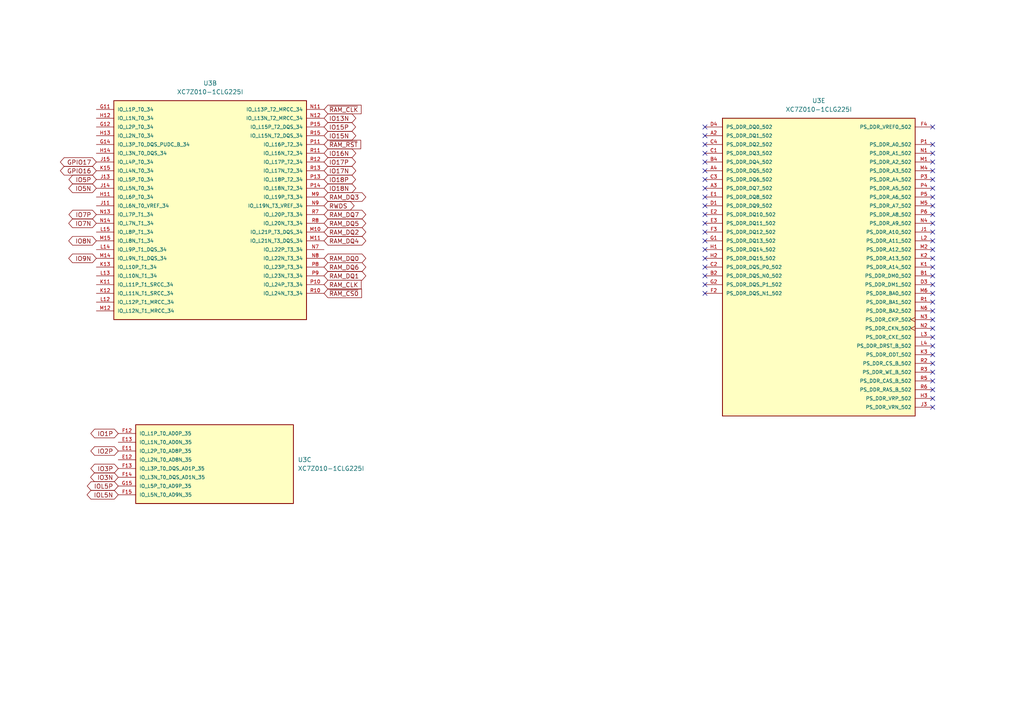
<source format=kicad_sch>
(kicad_sch (version 20231120) (generator "eeschema") (generator_version "8.0")
  (paper "A4")
  (lib_symbols
    (symbol "Personal:XC7Z010-1CLG225I" (pin_names (offset 1.016))
      (property "Reference" "U" (at -25.5456 24.8201 0))
      (property "Value" "XC7Z010-1CLG225I" (at -25.5473 -24.1252 0))
      (symbol "XC7Z010-1CLG225I_1_0"
        (rectangle (start -25.4 -20.32) (end 25.4 22.86) (stroke (width 0.254)) (fill (type background)))
        (pin bidirectional line (at 30.48 7.62 180) (length 5.08) (name "INIT_B_0") (number "D5"))
        (pin power_in line (at 30.48 20.32 180) (length 5.08) (name "VCCBATT_0") (number "E6"))
        (pin passive line (at 30.48 -10.16 180) (length 5.08) (name "RSVDGND") (number "E8"))
        (pin input line (at -30.48 -5.08 0) (length 5.08) (name "CFGBVS_0") (number "F6"))
        (pin power_in line (at 30.48 17.78 180) (length 5.08) (name "VCCADC_0") (number "F7"))
        (pin power_in line (at 30.48 -17.78 180) (length 5.08) (name "GNDADC_0") (number "F8"))
        (pin passive line (at 30.48 -2.54 180) (length 5.08) (name "RSVSVCC1") (number "G4"))
        (pin input line (at -30.48 -7.62 0) (length 5.08) (name "VP_0") (number "G7"))
        (pin power_in line (at 30.48 -15.24 180) (length 5.08) (name "VREFN_0") (number "G8"))
        (pin input clock (at -30.48 10.16 0) (length 5.08) (name "TCK_0") (number "G9"))
        (pin passive line (at 30.48 -7.62 180) (length 5.08) (name "RSVSVCC3") (number "H4"))
        (pin power_in line (at 30.48 15.24 180) (length 5.08) (name "VREFP_0") (number "H7"))
        (pin input line (at -30.48 -10.16 0) (length 5.08) (name "VN_0") (number "H8"))
        (pin passive line (at 30.48 -5.08 180) (length 5.08) (name "RSVSVCC2") (number "J4"))
        (pin output line (at 30.48 2.54 180) (length 5.08) (name "DXP_0") (number "J7"))
        (pin input line (at -30.48 -2.54 0) (length 5.08) (name "PROGRAM_B_0") (number "K6"))
        (pin input line (at -30.48 5.08 0) (length 5.08) (name "TDI_0") (number "L7"))
        (pin output line (at -30.48 2.54 0) (length 5.08) (name "TDO_0") (number "L8"))
        (pin input line (at -30.48 7.62 0) (length 5.08) (name "TMS_0") (number "L9"))
        (pin bidirectional line (at 30.48 10.16 180) (length 5.08) (name "DONE_0") (number "M7"))
      )
      (symbol "XC7Z010-1CLG225I_2_0"
        (rectangle (start -27.94 -30.48) (end 27.94 33.02) (stroke (width 0.254)) (fill (type background)))
        (pin bidirectional line (at -33.02 30.48 0) (length 5.08) (name "IO_L1P_T0_34") (number "G11"))
        (pin bidirectional line (at -33.02 25.4 0) (length 5.08) (name "IO_L2P_T0_34") (number "G12"))
        (pin bidirectional line (at -33.02 20.32 0) (length 5.08) (name "IO_L3P_T0_DQS_PUDC_B_34") (number "G14"))
        (pin bidirectional line (at -33.02 5.08 0) (length 5.08) (name "IO_L6P_T0_34") (number "H11"))
        (pin bidirectional line (at -33.02 27.94 0) (length 5.08) (name "IO_L1N_T0_34") (number "H12"))
        (pin bidirectional line (at -33.02 22.86 0) (length 5.08) (name "IO_L2N_T0_34") (number "H13"))
        (pin bidirectional line (at -33.02 17.78 0) (length 5.08) (name "IO_L3N_T0_DQS_34") (number "H14"))
        (pin bidirectional line (at -33.02 2.54 0) (length 5.08) (name "IO_L6N_T0_VREF_34") (number "J11"))
        (pin bidirectional line (at -33.02 10.16 0) (length 5.08) (name "IO_L5P_T0_34") (number "J13"))
        (pin bidirectional line (at -33.02 7.62 0) (length 5.08) (name "IO_L5N_T0_34") (number "J14"))
        (pin bidirectional line (at -33.02 15.24 0) (length 5.08) (name "IO_L4P_T0_34") (number "J15"))
        (pin bidirectional line (at -33.02 -20.32 0) (length 5.08) (name "IO_L11P_T1_SRCC_34") (number "K11"))
        (pin bidirectional line (at -33.02 -22.86 0) (length 5.08) (name "IO_L11N_T1_SRCC_34") (number "K12"))
        (pin bidirectional line (at -33.02 -15.24 0) (length 5.08) (name "IO_L10P_T1_34") (number "K13"))
        (pin bidirectional line (at -33.02 12.7 0) (length 5.08) (name "IO_L4N_T0_34") (number "K15"))
        (pin bidirectional line (at -33.02 -25.4 0) (length 5.08) (name "IO_L12P_T1_MRCC_34") (number "L12"))
        (pin bidirectional line (at -33.02 -17.78 0) (length 5.08) (name "IO_L10N_T1_34") (number "L13"))
        (pin bidirectional line (at -33.02 -10.16 0) (length 5.08) (name "IO_L9P_T1_DQS_34") (number "L14"))
        (pin bidirectional line (at -33.02 -5.08 0) (length 5.08) (name "IO_L8P_T1_34") (number "L15"))
        (pin bidirectional line (at 33.02 -5.08 180) (length 5.08) (name "IO_L21P_T3_DQS_34") (number "M10"))
        (pin bidirectional line (at 33.02 -7.62 180) (length 5.08) (name "IO_L21N_T3_DQS_34") (number "M11"))
        (pin bidirectional line (at -33.02 -27.94 0) (length 5.08) (name "IO_L12N_T1_MRCC_34") (number "M12"))
        (pin bidirectional line (at -33.02 -12.7 0) (length 5.08) (name "IO_L9N_T1_DQS_34") (number "M14"))
        (pin bidirectional line (at -33.02 -7.62 0) (length 5.08) (name "IO_L8N_T1_34") (number "M15"))
        (pin bidirectional line (at 33.02 5.08 180) (length 5.08) (name "IO_L19P_T3_34") (number "M9"))
        (pin bidirectional line (at 33.02 30.48 180) (length 5.08) (name "IO_L13P_T2_MRCC_34") (number "N11"))
        (pin bidirectional line (at 33.02 27.94 180) (length 5.08) (name "IO_L13N_T2_MRCC_34") (number "N12"))
        (pin bidirectional line (at -33.02 0 0) (length 5.08) (name "IO_L7P_T1_34") (number "N13"))
        (pin bidirectional line (at -33.02 -2.54 0) (length 5.08) (name "IO_L7N_T1_34") (number "N14"))
        (pin bidirectional line (at 33.02 -10.16 180) (length 5.08) (name "IO_L22P_T3_34") (number "N7"))
        (pin bidirectional line (at 33.02 -12.7 180) (length 5.08) (name "IO_L22N_T3_34") (number "N8"))
        (pin bidirectional line (at 33.02 2.54 180) (length 5.08) (name "IO_L19N_T3_VREF_34") (number "N9"))
        (pin bidirectional line (at 33.02 -20.32 180) (length 5.08) (name "IO_L24P_T3_34") (number "P10"))
        (pin bidirectional line (at 33.02 20.32 180) (length 5.08) (name "IO_L16P_T2_34") (number "P11"))
        (pin bidirectional line (at 33.02 10.16 180) (length 5.08) (name "IO_L18P_T2_34") (number "P13"))
        (pin bidirectional line (at 33.02 7.62 180) (length 5.08) (name "IO_L18N_T2_34") (number "P14"))
        (pin bidirectional line (at 33.02 25.4 180) (length 5.08) (name "IO_L15P_T2_DQS_34") (number "P15"))
        (pin bidirectional line (at 33.02 -15.24 180) (length 5.08) (name "IO_L23P_T3_34") (number "P8"))
        (pin bidirectional line (at 33.02 -17.78 180) (length 5.08) (name "IO_L23N_T3_34") (number "P9"))
        (pin bidirectional line (at 33.02 -22.86 180) (length 5.08) (name "IO_L24N_T3_34") (number "R10"))
        (pin bidirectional line (at 33.02 17.78 180) (length 5.08) (name "IO_L16N_T2_34") (number "R11"))
        (pin bidirectional line (at 33.02 15.24 180) (length 5.08) (name "IO_L17P_T2_34") (number "R12"))
        (pin bidirectional line (at 33.02 12.7 180) (length 5.08) (name "IO_L17N_T2_34") (number "R13"))
        (pin bidirectional line (at 33.02 22.86 180) (length 5.08) (name "IO_L15N_T2_DQS_34") (number "R15"))
        (pin bidirectional line (at 33.02 0 180) (length 5.08) (name "IO_L20P_T3_34") (number "R7"))
        (pin bidirectional line (at 33.02 -2.54 180) (length 5.08) (name "IO_L20N_T3_34") (number "R8"))
      )
      (symbol "XC7Z010-1CLG225I_3_0"
        (rectangle (start -22.86 -10.16) (end 22.86 12.7) (stroke (width 0.254)) (fill (type background)))
        (pin bidirectional line (at -27.94 5.08 0) (length 5.08) (name "IO_L2P_T0_AD8P_35") (number "E11"))
        (pin bidirectional line (at -27.94 2.54 0) (length 5.08) (name "IO_L2N_T0_AD8N_35") (number "E12"))
        (pin bidirectional line (at -27.94 7.62 0) (length 5.08) (name "IO_L1N_T0_AD0N_35") (number "E13"))
        (pin bidirectional line (at -27.94 10.16 0) (length 5.08) (name "IO_L1P_T0_AD0P_35") (number "F12"))
        (pin bidirectional line (at -27.94 0 0) (length 5.08) (name "IO_L3P_T0_DQS_AD1P_35") (number "F13"))
        (pin bidirectional line (at -27.94 -2.54 0) (length 5.08) (name "IO_L3N_T0_DQS_AD1N_35") (number "F14"))
        (pin bidirectional line (at -27.94 -7.62 0) (length 5.08) (name "IO_L5N_T0_AD9N_35") (number "F15"))
        (pin bidirectional line (at -27.94 -5.08 0) (length 5.08) (name "IO_L5P_T0_AD9P_35") (number "G15"))
      )
      (symbol "XC7Z010-1CLG225I_4_0"
        (rectangle (start -22.86 -25.4) (end 22.86 25.4) (stroke (width 0.254)) (fill (type background)))
        (pin bidirectional line (at -27.94 0 0) (length 5.08) (name "PS_MIO6_500") (number "A10"))
        (pin bidirectional line (at 27.94 -20.32 180) (length 5.08) (name "PS_MIO52_501") (number "A12"))
        (pin bidirectional line (at 27.94 -10.16 180) (length 5.08) (name "PS_MIO38_501") (number "A13"))
        (pin bidirectional line (at 27.94 -2.54 180) (length 5.08) (name "PS_MIO35_501") (number "A14"))
        (pin bidirectional line (at 27.94 15.24 180) (length 5.08) (name "PS_MIO28_501") (number "A15"))
        (pin bidirectional line (at -27.94 12.7 0) (length 5.08) (name "PS_MIO1_500") (number "A5"))
        (pin bidirectional line (at -27.94 7.62 0) (length 5.08) (name "PS_MIO3_500") (number "A7"))
        (pin bidirectional line (at -27.94 10.16 0) (length 5.08) (name "PS_MIO2_500") (number "A8"))
        (pin bidirectional line (at -27.94 2.54 0) (length 5.08) (name "PS_MIO5_500") (number "A9"))
        (pin bidirectional line (at -27.94 -12.7 0) (length 5.08) (name "PS_MIO11_500") (number "B10"))
        (pin input line (at 27.94 20.32 180) (length 5.08) (name "PS_SRST_B_501") (number "B11"))
        (pin bidirectional line (at 27.94 -15.24 180) (length 5.08) (name "PS_MIO48_501") (number "B12"))
        (pin bidirectional line (at 27.94 -5.08 180) (length 5.08) (name "PS_MIO36_501") (number "B14"))
        (pin bidirectional line (at 27.94 10.16 180) (length 5.08) (name "PS_MIO30_501") (number "B15"))
        (pin bidirectional line (at -27.94 -7.62 0) (length 5.08) (name "PS_MIO9_500") (number "B5"))
        (pin bidirectional line (at -27.94 -5.08 0) (length 5.08) (name "PS_MIO8_500") (number "B6"))
        (pin bidirectional line (at -27.94 -15.24 0) (length 5.08) (name "PS_MIO12_500") (number "B7"))
        (pin bidirectional line (at -27.94 -20.32 0) (length 5.08) (name "PS_MIO14_500") (number "B9"))
        (pin bidirectional line (at 27.94 2.54 180) (length 5.08) (name "PS_MIO33_501") (number "C11"))
        (pin bidirectional line (at 27.94 7.62 180) (length 5.08) (name "PS_MIO31_501") (number "C12"))
        (pin bidirectional line (at 27.94 -22.86 180) (length 5.08) (name "PS_MIO53_501") (number "C13"))
        (pin bidirectional line (at 27.94 -7.62 180) (length 5.08) (name "PS_MIO37_501") (number "C14"))
        (pin bidirectional line (at -27.94 -17.78 0) (length 5.08) (name "PS_MIO13_500") (number "C6"))
        (pin input clock (at -27.94 22.86 0) (length 5.08) (name "PS_CLK_500") (number "C7"))
        (pin bidirectional line (at -27.94 5.08 0) (length 5.08) (name "PS_MIO4_500") (number "C8"))
        (pin input line (at -27.94 20.32 0) (length 5.08) (name "PS_POR_B_500") (number "C9"))
        (pin bidirectional line (at -27.94 -22.86 0) (length 5.08) (name "PS_MIO15_500") (number "D10"))
        (pin bidirectional line (at 27.94 12.7 180) (length 5.08) (name "PS_MIO29_501") (number "D11"))
        (pin bidirectional line (at 27.94 -17.78 180) (length 5.08) (name "PS_MIO49_501") (number "D13"))
        (pin bidirectional line (at 27.94 -12.7 180) (length 5.08) (name "PS_MIO39_501") (number "D14"))
        (pin bidirectional line (at 27.94 0 180) (length 5.08) (name "PS_MIO34_501") (number "D15"))
        (pin bidirectional line (at -27.94 -10.16 0) (length 5.08) (name "PS_MIO10_500") (number "D6"))
        (pin bidirectional line (at -27.94 15.24 0) (length 5.08) (name "PS_MIO0_500") (number "D8"))
        (pin bidirectional line (at -27.94 -2.54 0) (length 5.08) (name "PS_MIO7_500") (number "D9"))
        (pin bidirectional line (at 27.94 5.08 180) (length 5.08) (name "PS_MIO32_501") (number "E15"))
      )
      (symbol "XC7Z010-1CLG225I_5_0"
        (rectangle (start -27.94 -43.18) (end 27.94 43.18) (stroke (width 0.254)) (fill (type background)))
        (pin bidirectional line (at -33.02 38.1 0) (length 5.08) (name "PS_DDR_DQ1_502") (number "A2"))
        (pin bidirectional line (at -33.02 22.86 0) (length 5.08) (name "PS_DDR_DQ7_502") (number "A3"))
        (pin bidirectional line (at -33.02 27.94 0) (length 5.08) (name "PS_DDR_DQ5_502") (number "A4"))
        (pin output line (at 33.02 -2.54 180) (length 5.08) (name "PS_DDR_DM0_502") (number "B1"))
        (pin bidirectional line (at -33.02 -2.54 0) (length 5.08) (name "PS_DDR_DQS_N0_502") (number "B2"))
        (pin bidirectional line (at -33.02 30.48 0) (length 5.08) (name "PS_DDR_DQ4_502") (number "B4"))
        (pin bidirectional line (at -33.02 33.02 0) (length 5.08) (name "PS_DDR_DQ3_502") (number "C1"))
        (pin bidirectional line (at -33.02 0 0) (length 5.08) (name "PS_DDR_DQS_P0_502") (number "C2"))
        (pin bidirectional line (at -33.02 25.4 0) (length 5.08) (name "PS_DDR_DQ6_502") (number "C3"))
        (pin bidirectional line (at -33.02 35.56 0) (length 5.08) (name "PS_DDR_DQ2_502") (number "C4"))
        (pin bidirectional line (at -33.02 17.78 0) (length 5.08) (name "PS_DDR_DQ9_502") (number "D1"))
        (pin output line (at 33.02 -5.08 180) (length 5.08) (name "PS_DDR_DM1_502") (number "D3"))
        (pin bidirectional line (at -33.02 40.64 0) (length 5.08) (name "PS_DDR_DQ0_502") (number "D4"))
        (pin bidirectional line (at -33.02 20.32 0) (length 5.08) (name "PS_DDR_DQ8_502") (number "E1"))
        (pin bidirectional line (at -33.02 15.24 0) (length 5.08) (name "PS_DDR_DQ10_502") (number "E2"))
        (pin bidirectional line (at -33.02 12.7 0) (length 5.08) (name "PS_DDR_DQ11_502") (number "E3"))
        (pin bidirectional line (at -33.02 -7.62 0) (length 5.08) (name "PS_DDR_DQS_N1_502") (number "F2"))
        (pin bidirectional line (at -33.02 10.16 0) (length 5.08) (name "PS_DDR_DQ12_502") (number "F3"))
        (pin power_in line (at 33.02 40.64 180) (length 5.08) (name "PS_DDR_VREF0_502") (number "F4"))
        (pin bidirectional line (at -33.02 7.62 0) (length 5.08) (name "PS_DDR_DQ13_502") (number "G1"))
        (pin bidirectional line (at -33.02 -5.08 0) (length 5.08) (name "PS_DDR_DQS_P1_502") (number "G2"))
        (pin bidirectional line (at -33.02 5.08 0) (length 5.08) (name "PS_DDR_DQ14_502") (number "H1"))
        (pin bidirectional line (at -33.02 2.54 0) (length 5.08) (name "PS_DDR_DQ15_502") (number "H2"))
        (pin output line (at 33.02 -38.1 180) (length 5.08) (name "PS_DDR_VRP_502") (number "H3"))
        (pin output line (at 33.02 10.16 180) (length 5.08) (name "PS_DDR_A10_502") (number "J1"))
        (pin output line (at 33.02 -40.64 180) (length 5.08) (name "PS_DDR_VRN_502") (number "J3"))
        (pin output line (at 33.02 0 180) (length 5.08) (name "PS_DDR_A14_502") (number "K1"))
        (pin output line (at 33.02 2.54 180) (length 5.08) (name "PS_DDR_A13_502") (number "K2"))
        (pin output line (at 33.02 -25.4 180) (length 5.08) (name "PS_DDR_ODT_502") (number "K3"))
        (pin output line (at 33.02 7.62 180) (length 5.08) (name "PS_DDR_A11_502") (number "L2"))
        (pin output line (at 33.02 -20.32 180) (length 5.08) (name "PS_DDR_CKE_502") (number "L3"))
        (pin output line (at 33.02 -22.86 180) (length 5.08) (name "PS_DDR_DRST_B_502") (number "L4"))
        (pin output line (at 33.02 30.48 180) (length 5.08) (name "PS_DDR_A2_502") (number "M1"))
        (pin output line (at 33.02 5.08 180) (length 5.08) (name "PS_DDR_A12_502") (number "M2"))
        (pin output line (at 33.02 27.94 180) (length 5.08) (name "PS_DDR_A3_502") (number "M4"))
        (pin output line (at 33.02 17.78 180) (length 5.08) (name "PS_DDR_A7_502") (number "M5"))
        (pin output line (at 33.02 -7.62 180) (length 5.08) (name "PS_DDR_BA0_502") (number "M6"))
        (pin output line (at 33.02 33.02 180) (length 5.08) (name "PS_DDR_A1_502") (number "N1"))
        (pin output clock (at 33.02 -17.78 180) (length 5.08) (name "PS_DDR_CKN_502") (number "N2"))
        (pin output clock (at 33.02 -15.24 180) (length 5.08) (name "PS_DDR_CKP_502") (number "N3"))
        (pin output line (at 33.02 12.7 180) (length 5.08) (name "PS_DDR_A9_502") (number "N4"))
        (pin output line (at 33.02 -12.7 180) (length 5.08) (name "PS_DDR_BA2_502") (number "N6"))
        (pin output line (at 33.02 35.56 180) (length 5.08) (name "PS_DDR_A0_502") (number "P1"))
        (pin output line (at 33.02 25.4 180) (length 5.08) (name "PS_DDR_A4_502") (number "P3"))
        (pin output line (at 33.02 22.86 180) (length 5.08) (name "PS_DDR_A5_502") (number "P4"))
        (pin output line (at 33.02 20.32 180) (length 5.08) (name "PS_DDR_A6_502") (number "P5"))
        (pin output line (at 33.02 15.24 180) (length 5.08) (name "PS_DDR_A8_502") (number "P6"))
        (pin output line (at 33.02 -10.16 180) (length 5.08) (name "PS_DDR_BA1_502") (number "R1"))
        (pin output line (at 33.02 -27.94 180) (length 5.08) (name "PS_DDR_CS_B_502") (number "R2"))
        (pin output line (at 33.02 -30.48 180) (length 5.08) (name "PS_DDR_WE_B_502") (number "R3"))
        (pin output line (at 33.02 -33.02 180) (length 5.08) (name "PS_DDR_CAS_B_502") (number "R5"))
        (pin output line (at 33.02 -35.56 180) (length 5.08) (name "PS_DDR_RAS_B_502") (number "R6"))
      )
      (symbol "XC7Z010-1CLG225I_6_0"
        (rectangle (start -17.78 -17.78) (end 17.78 17.78) (stroke (width 0.254)) (fill (type background)))
        (pin power_in line (at 22.86 -15.24 180) (length 5.08) (name "GND") (number "A1"))
        (pin power_in line (at 22.86 -15.24 180) (length 5.08) (name "GND") (number "A11"))
        (pin power_in line (at 22.86 -5.08 180) (length 5.08) (name "VCCO_MIO0_500") (number "A6"))
        (pin power_in line (at 22.86 -7.62 180) (length 5.08) (name "VCCO_MIO1_501") (number "B13"))
        (pin power_in line (at 22.86 -10.16 180) (length 5.08) (name "VCCO_DDR_502") (number "B3"))
        (pin power_in line (at 22.86 -15.24 180) (length 5.08) (name "GND") (number "B8"))
        (pin power_in line (at 22.86 -7.62 180) (length 5.08) (name "VCCO_MIO1_501") (number "C10"))
        (pin power_in line (at 22.86 -15.24 180) (length 5.08) (name "GND") (number "C15"))
        (pin power_in line (at 22.86 -15.24 180) (length 5.08) (name "GND") (number "C5"))
        (pin power_in line (at 22.86 -15.24 180) (length 5.08) (name "GND") (number "D12"))
        (pin power_in line (at 22.86 -15.24 180) (length 5.08) (name "GND") (number "D2"))
        (pin power_in line (at 22.86 -5.08 180) (length 5.08) (name "VCCO_MIO0_500") (number "D7"))
        (pin power_in line (at 22.86 15.24 180) (length 5.08) (name "VCCINT") (number "E10"))
        (pin power_in line (at 22.86 -7.62 180) (length 5.08) (name "VCCO_MIO1_501") (number "E14"))
        (pin power_in line (at 22.86 -10.16 180) (length 5.08) (name "VCCO_DDR_502") (number "E4"))
        (pin power_in line (at 22.86 -15.24 180) (length 5.08) (name "GND") (number "E5"))
        (pin power_in line (at 22.86 -15.24 180) (length 5.08) (name "GND") (number "E7"))
        (pin power_in line (at 22.86 -15.24 180) (length 5.08) (name "GND") (number "E9"))
        (pin power_in line (at 22.86 -10.16 180) (length 5.08) (name "VCCO_DDR_502") (number "F1"))
        (pin power_in line (at 22.86 -15.24 180) (length 5.08) (name "GND") (number "F10"))
        (pin power_in line (at 22.86 -2.54 180) (length 5.08) (name "VCCO_35") (number "F11"))
        (pin power_in line (at 22.86 5.08 180) (length 5.08) (name "VCCPLL") (number "F5"))
        (pin power_in line (at 22.86 15.24 180) (length 5.08) (name "VCCINT") (number "F9"))
        (pin power_in line (at 22.86 15.24 180) (length 5.08) (name "VCCINT") (number "G10"))
        (pin power_in line (at 22.86 -15.24 180) (length 5.08) (name "GND") (number "G13"))
        (pin power_in line (at 22.86 -15.24 180) (length 5.08) (name "GND") (number "G3"))
        (pin power_in line (at 22.86 -15.24 180) (length 5.08) (name "GND") (number "G5"))
        (pin power_in line (at 22.86 12.7 180) (length 5.08) (name "VCCPINT") (number "G6"))
        (pin power_in line (at 22.86 -15.24 180) (length 5.08) (name "GND") (number "H10"))
        (pin power_in line (at 22.86 -2.54 180) (length 5.08) (name "VCCO_35") (number "H15"))
        (pin power_in line (at 22.86 12.7 180) (length 5.08) (name "VCCPINT") (number "H5"))
        (pin power_in line (at 22.86 -15.24 180) (length 5.08) (name "GND") (number "H6"))
        (pin power_in line (at 22.86 10.16 180) (length 5.08) (name "VCCAUX") (number "H9"))
        (pin power_in line (at 22.86 15.24 180) (length 5.08) (name "VCCINT") (number "J10"))
        (pin power_in line (at 22.86 0 180) (length 5.08) (name "VCCO_34") (number "J12"))
        (pin power_in line (at 22.86 -10.16 180) (length 5.08) (name "VCCO_DDR_502") (number "J2"))
        (pin power_in line (at 22.86 -15.24 180) (length 5.08) (name "GND") (number "J5"))
        (pin power_in line (at 22.86 7.62 180) (length 5.08) (name "VCCPAUX") (number "J6"))
        (pin power_in line (at 22.86 10.16 180) (length 5.08) (name "VCCAUX") (number "J8"))
        (pin power_in line (at 22.86 -15.24 180) (length 5.08) (name "GND") (number "J9"))
        (pin power_in line (at 22.86 -15.24 180) (length 5.08) (name "GND") (number "K10"))
        (pin power_in line (at 22.86 -15.24 180) (length 5.08) (name "GND") (number "K14"))
        (pin power_in line (at 22.86 -15.24 180) (length 5.08) (name "GND") (number "K4"))
        (pin power_in line (at 22.86 12.7 180) (length 5.08) (name "VCCPINT") (number "K5"))
        (pin power_in line (at 22.86 -15.24 180) (length 5.08) (name "GND") (number "K7"))
        (pin power_in line (at 22.86 2.54 180) (length 5.08) (name "VCCO_0") (number "K8"))
        (pin power_in line (at 22.86 10.16 180) (length 5.08) (name "VCCAUX") (number "K9"))
        (pin power_in line (at 22.86 -15.24 180) (length 5.08) (name "GND") (number "L1"))
        (pin power_in line (at 22.86 15.24 180) (length 5.08) (name "VCCINT") (number "L10"))
        (pin power_in line (at 22.86 -15.24 180) (length 5.08) (name "GND") (number "L11"))
        (pin power_in line (at 22.86 -15.24 180) (length 5.08) (name "GND") (number "L5"))
        (pin power_in line (at 22.86 7.62 180) (length 5.08) (name "VCCPAUX") (number "L6"))
        (pin power_in line (at 22.86 0 180) (length 5.08) (name "VCCO_34") (number "M13"))
        (pin power_in line (at 22.86 -10.16 180) (length 5.08) (name "VCCO_DDR_502") (number "M3"))
        (pin power_in line (at 22.86 -15.24 180) (length 5.08) (name "GND") (number "M8"))
        (pin power_in line (at 22.86 0 180) (length 5.08) (name "VCCO_34") (number "N10"))
        (pin power_in line (at 22.86 -15.24 180) (length 5.08) (name "GND") (number "N15"))
        (pin power_in line (at 22.86 -15.24 180) (length 5.08) (name "GND") (number "N5"))
        (pin power_in line (at 22.86 -15.24 180) (length 5.08) (name "GND") (number "P12"))
        (pin power_in line (at 22.86 -15.24 180) (length 5.08) (name "GND") (number "P2"))
        (pin power_in line (at 22.86 0 180) (length 5.08) (name "VCCO_34") (number "P7"))
        (pin power_in line (at 22.86 0 180) (length 5.08) (name "VCCO_34") (number "R14"))
        (pin power_in line (at 22.86 -10.16 180) (length 5.08) (name "VCCO_DDR_502") (number "R4"))
        (pin power_in line (at 22.86 -15.24 180) (length 5.08) (name "GND") (number "R9"))
      )
    )
  )
  (no_connect (at 270.51 41.91))
  (no_connect (at 270.51 90.17))
  (no_connect (at 270.51 107.95))
  (no_connect (at 204.47 54.61))
  (no_connect (at 270.51 57.15))
  (no_connect (at 204.47 62.23))
  (no_connect (at 270.51 52.07))
  (no_connect (at 204.47 52.07))
  (no_connect (at 270.51 77.47))
  (no_connect (at 270.51 49.53))
  (no_connect (at 270.51 113.03))
  (no_connect (at 270.51 62.23))
  (no_connect (at 204.47 77.47))
  (no_connect (at 204.47 74.93))
  (no_connect (at 204.47 39.37))
  (no_connect (at 204.47 41.91))
  (no_connect (at 270.51 102.87))
  (no_connect (at 270.51 92.71))
  (no_connect (at 270.51 46.99))
  (no_connect (at 270.51 82.55))
  (no_connect (at 270.51 118.11))
  (no_connect (at 204.47 57.15))
  (no_connect (at 204.47 46.99))
  (no_connect (at 204.47 64.77))
  (no_connect (at 204.47 36.83))
  (no_connect (at 270.51 64.77))
  (no_connect (at 270.51 72.39))
  (no_connect (at 270.51 110.49))
  (no_connect (at 204.47 44.45))
  (no_connect (at 270.51 115.57))
  (no_connect (at 204.47 59.69))
  (no_connect (at 270.51 80.01))
  (no_connect (at 270.51 87.63))
  (no_connect (at 270.51 69.85))
  (no_connect (at 204.47 49.53))
  (no_connect (at 270.51 54.61))
  (no_connect (at 204.47 69.85))
  (no_connect (at 204.47 72.39))
  (no_connect (at 270.51 44.45))
  (no_connect (at 270.51 95.25))
  (no_connect (at 270.51 100.33))
  (no_connect (at 204.47 82.55))
  (no_connect (at 204.47 80.01))
  (no_connect (at 270.51 85.09))
  (no_connect (at 270.51 74.93))
  (no_connect (at 270.51 97.79))
  (no_connect (at 204.47 85.09))
  (no_connect (at 270.51 67.31))
  (no_connect (at 270.51 105.41))
  (no_connect (at 204.47 67.31))
  (no_connect (at 270.51 36.83))
  (no_connect (at 270.51 59.69))
  (global_label "IO7P" (shape bidirectional) (at 27.94 62.23 180) (property "Intersheetrefs" "${INTERSHEET_REFS}" (effects (hide yes))))
  (global_label "IOL5N" (shape bidirectional) (at 34.29 143.51 180) (property "Intersheetrefs" "${INTERSHEET_REFS}" (effects (hide yes))))
  (global_label "IO3N" (shape bidirectional) (at 34.29 138.43 180) (property "Intersheetrefs" "${INTERSHEET_REFS}" (effects (hide yes))))
  (global_label "~{RAM_CLK}" (shape input) (at 93.98 31.75 0) (property "Intersheetrefs" "${INTERSHEET_REFS}" (effects (hide yes))))
  (global_label "IO2P" (shape bidirectional) (at 34.29 130.81 180) (property "Intersheetrefs" "${INTERSHEET_REFS}" (effects (hide yes))))
  (global_label "RAM_DQ5" (shape bidirectional) (at 93.98 64.77 0) (property "Intersheetrefs" "${INTERSHEET_REFS}" (effects (hide yes))))
  (global_label "RAM_DQ1" (shape bidirectional) (at 93.98 80.01 0) (property "Intersheetrefs" "${INTERSHEET_REFS}" (effects (hide yes))))
  (global_label "IO17P" (shape bidirectional) (at 93.98 46.99 0) (property "Intersheetrefs" "${INTERSHEET_REFS}" (effects (hide yes))))
  (global_label "~{RAM_CS0}" (shape input) (at 93.98 85.09 0) (property "Intersheetrefs" "${INTERSHEET_REFS}" (effects (hide yes))))
  (global_label "RAM_DQ3" (shape bidirectional) (at 93.98 57.15 0) (property "Intersheetrefs" "${INTERSHEET_REFS}" (effects (hide yes))))
  (global_label "RWDS" (shape bidirectional) (at 93.98 59.69 0) (property "Intersheetrefs" "${INTERSHEET_REFS}" (effects (hide yes))))
  (global_label "IO15N" (shape bidirectional) (at 93.98 39.37 0) (property "Intersheetrefs" "${INTERSHEET_REFS}" (effects (hide yes))))
  (global_label "RAM_DQ4" (shape bidirectional) (at 93.98 69.85 0) (property "Intersheetrefs" "${INTERSHEET_REFS}" (effects (hide yes))))
  (global_label "IO13N" (shape bidirectional) (at 93.98 34.29 0) (property "Intersheetrefs" "${INTERSHEET_REFS}" (effects (hide yes))))
  (global_label "IO1P" (shape bidirectional) (at 34.29 125.73 180) (property "Intersheetrefs" "${INTERSHEET_REFS}" (effects (hide yes))))
  (global_label "RAM_DQ0" (shape bidirectional) (at 93.98 74.93 0) (property "Intersheetrefs" "${INTERSHEET_REFS}" (effects (hide yes))))
  (global_label "IO18P" (shape bidirectional) (at 93.98 52.07 0) (property "Intersheetrefs" "${INTERSHEET_REFS}" (effects (hide yes))))
  (global_label "IO16N" (shape bidirectional) (at 93.98 44.45 0) (property "Intersheetrefs" "${INTERSHEET_REFS}" (effects (hide yes))))
  (global_label "GPIO17" (shape bidirectional) (at 27.94 46.99 180) (property "Intersheetrefs" "${INTERSHEET_REFS}" (effects (hide yes))))
  (global_label "RAM_CLK" (shape input) (at 93.98 82.55 0) (property "Intersheetrefs" "${INTERSHEET_REFS}" (effects (hide yes))))
  (global_label "IO7N" (shape bidirectional) (at 27.94 64.77 180) (property "Intersheetrefs" "${INTERSHEET_REFS}" (effects (hide yes))))
  (global_label "IO5N" (shape bidirectional) (at 27.94 54.61 180) (property "Intersheetrefs" "${INTERSHEET_REFS}" (effects (hide yes))))
  (global_label "RAM_DQ2" (shape bidirectional) (at 93.98 67.31 0) (property "Intersheetrefs" "${INTERSHEET_REFS}" (effects (hide yes))))
  (global_label "~{RAM_RST}" (shape input) (at 93.98 41.91 0) (property "Intersheetrefs" "${INTERSHEET_REFS}" (effects (hide yes))))
  (global_label "IO17N" (shape bidirectional) (at 93.98 49.53 0) (property "Intersheetrefs" "${INTERSHEET_REFS}" (effects (hide yes))))
  (global_label "IO8N" (shape bidirectional) (at 27.94 69.85 180) (property "Intersheetrefs" "${INTERSHEET_REFS}" (effects (hide yes))))
  (global_label "IOL5P" (shape bidirectional) (at 34.29 140.97 180) (property "Intersheetrefs" "${INTERSHEET_REFS}" (effects (hide yes))))
  (global_label "IO15P" (shape bidirectional) (at 93.98 36.83 0) (property "Intersheetrefs" "${INTERSHEET_REFS}" (effects (hide yes))))
  (global_label "IO3P" (shape bidirectional) (at 34.29 135.89 180) (property "Intersheetrefs" "${INTERSHEET_REFS}" (effects (hide yes))))
  (global_label "IO9N" (shape bidirectional) (at 27.94 74.93 180) (property "Intersheetrefs" "${INTERSHEET_REFS}" (effects (hide yes))))
  (global_label "RAM_DQ6" (shape bidirectional) (at 93.98 77.47 0) (property "Intersheetrefs" "${INTERSHEET_REFS}" (effects (hide yes))))
  (global_label "GPIO16" (shape bidirectional) (at 27.94 49.53 180) (property "Intersheetrefs" "${INTERSHEET_REFS}" (effects (hide yes))))
  (global_label "IO18N" (shape bidirectional) (at 93.98 54.61 0) (property "Intersheetrefs" "${INTERSHEET_REFS}" (effects (hide yes))))
  (global_label "RAM_DQ7" (shape bidirectional) (at 93.98 62.23 0) (property "Intersheetrefs" "${INTERSHEET_REFS}" (effects (hide yes))))
  (global_label "IO5P" (shape bidirectional) (at 27.94 52.07 180) (property "Intersheetrefs" "${INTERSHEET_REFS}" (effects (hide yes))))
  (symbol (lib_id "Personal:XC7Z010-1CLG225I") (at 60.96 62.23 0) (unit 2)
    (property "Reference" "U3" (at 60.96 24.13 0))
    (property "Value" "XC7Z010-1CLG225I" (at 60.96 26.67 0))
    (property "Footprint" "Sync_VT extras:225-LFBGA" (effects (hide yes)))
    (property "MF" "Xilinx Inc." (effects (hide yes)))
    (property "SNAPEDA_PACKAGE_ID" "16134" (effects (hide yes)))
    (property "PACKAGE" "CSPBGA-225 Xilinx" (effects (hide yes)))
    (property "MPN" "XC7Z010-1CLG225I" (effects (hide yes)))
    (property "PRICE" "61.07 USD" (effects (hide yes)))
    (property "Package" "CSPBGA-225 Xilinx" (effects (hide yes)))
    (property "Check_prices" "https://www.snapeda.com/parts/XC7Z010-1CLG225I/Xilinx+Inc./view-part/?ref=eda" (effects (hide yes)))
    (property "STANDARD" "IPC-7351B" (effects (hide yes)))
    (property "PARREV" "1.8" (effects (hide yes)))
    (property "SnapEDA_Link" "https://www.snapeda.com/parts/XC7Z010-1CLG225I/Xilinx+Inc./view-part/?ref=snap" (effects (hide yes)))
    (property "MP" "XC7Z010-1CLG225I" (effects (hide yes)))
    (property "Price" "None" (effects (hide yes)))
    (property "Description_1" "\n                        \n                            Dual ARM® Cortex®-A9 MPCore™ with CoreSight™ System On Chip (SOC) IC Zynq®-7000 Artix™-7 FPGA, 28K Logic Cells   667MHz 225-CSPBGA (13x13)\n                        \n" (effects (hide yes)))
    (property "Availability" "In Stock" (effects (hide yes)))
    (property "AVAILABILITY" "Bad" (effects (hide yes)))
    (property "MANUFACTURER" "Xilinx" (effects (hide yes)))
  )
  (symbol (lib_id "Personal:XC7Z010-1CLG225I") (at 62.23 135.89 0) (unit 3)
    (property "Reference" "U3" (at 86.36 133.3499 0) (effects (justify left)))
    (property "Value" "XC7Z010-1CLG225I" (at 86.36 135.8899 0) (effects (justify left)))
    (property "Footprint" "Sync_VT extras:225-LFBGA" (effects (hide yes)))
    (property "MF" "Xilinx Inc." (effects (hide yes)))
    (property "SNAPEDA_PACKAGE_ID" "16134" (effects (hide yes)))
    (property "PACKAGE" "CSPBGA-225 Xilinx" (effects (hide yes)))
    (property "MPN" "XC7Z010-1CLG225I" (effects (hide yes)))
    (property "PRICE" "61.07 USD" (effects (hide yes)))
    (property "Package" "CSPBGA-225 Xilinx" (effects (hide yes)))
    (property "Check_prices" "https://www.snapeda.com/parts/XC7Z010-1CLG225I/Xilinx+Inc./view-part/?ref=eda" (effects (hide yes)))
    (property "STANDARD" "IPC-7351B" (effects (hide yes)))
    (property "PARREV" "1.8" (effects (hide yes)))
    (property "SnapEDA_Link" "https://www.snapeda.com/parts/XC7Z010-1CLG225I/Xilinx+Inc./view-part/?ref=snap" (effects (hide yes)))
    (property "MP" "XC7Z010-1CLG225I" (effects (hide yes)))
    (property "Price" "None" (effects (hide yes)))
    (property "Description_1" "\n                        \n                            Dual ARM® Cortex®-A9 MPCore™ with CoreSight™ System On Chip (SOC) IC Zynq®-7000 Artix™-7 FPGA, 28K Logic Cells   667MHz 225-CSPBGA (13x13)\n                        \n" (effects (hide yes)))
    (property "Availability" "In Stock" (effects (hide yes)))
    (property "AVAILABILITY" "Bad" (effects (hide yes)))
    (property "MANUFACTURER" "Xilinx" (effects (hide yes)))
  )
  (symbol (lib_id "Personal:XC7Z010-1CLG225I") (at 237.49 77.47 0) (unit 5)
    (property "Reference" "U3" (at 237.49 29.21 0))
    (property "Value" "XC7Z010-1CLG225I" (at 237.49 31.75 0))
    (property "Footprint" "Sync_VT extras:225-LFBGA" (effects (hide yes)))
    (property "MF" "Xilinx Inc." (effects (hide yes)))
    (property "SNAPEDA_PACKAGE_ID" "16134" (effects (hide yes)))
    (property "PACKAGE" "CSPBGA-225 Xilinx" (effects (hide yes)))
    (property "MPN" "XC7Z010-1CLG225I" (effects (hide yes)))
    (property "PRICE" "61.07 USD" (effects (hide yes)))
    (property "Package" "CSPBGA-225 Xilinx" (effects (hide yes)))
    (property "Check_prices" "https://www.snapeda.com/parts/XC7Z010-1CLG225I/Xilinx+Inc./view-part/?ref=eda" (effects (hide yes)))
    (property "STANDARD" "IPC-7351B" (effects (hide yes)))
    (property "PARREV" "1.8" (effects (hide yes)))
    (property "SnapEDA_Link" "https://www.snapeda.com/parts/XC7Z010-1CLG225I/Xilinx+Inc./view-part/?ref=snap" (effects (hide yes)))
    (property "MP" "XC7Z010-1CLG225I" (effects (hide yes)))
    (property "Price" "None" (effects (hide yes)))
    (property "Description_1" "\n                        \n                            Dual ARM® Cortex®-A9 MPCore™ with CoreSight™ System On Chip (SOC) IC Zynq®-7000 Artix™-7 FPGA, 28K Logic Cells   667MHz 225-CSPBGA (13x13)\n                        \n" (effects (hide yes)))
    (property "Availability" "In Stock" (effects (hide yes)))
    (property "AVAILABILITY" "Bad" (effects (hide yes)))
    (property "MANUFACTURER" "Xilinx" (effects (hide yes)))
  )
)
</source>
